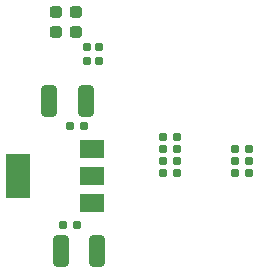
<source format=gbr>
%TF.GenerationSoftware,KiCad,Pcbnew,7.0.6*%
%TF.CreationDate,2024-02-05T23:01:20+08:00*%
%TF.ProjectId,jlink_power,6a6c696e-6b5f-4706-9f77-65722e6b6963,rev?*%
%TF.SameCoordinates,Original*%
%TF.FileFunction,Paste,Top*%
%TF.FilePolarity,Positive*%
%FSLAX46Y46*%
G04 Gerber Fmt 4.6, Leading zero omitted, Abs format (unit mm)*
G04 Created by KiCad (PCBNEW 7.0.6) date 2024-02-05 23:01:20*
%MOMM*%
%LPD*%
G01*
G04 APERTURE LIST*
G04 Aperture macros list*
%AMRoundRect*
0 Rectangle with rounded corners*
0 $1 Rounding radius*
0 $2 $3 $4 $5 $6 $7 $8 $9 X,Y pos of 4 corners*
0 Add a 4 corners polygon primitive as box body*
4,1,4,$2,$3,$4,$5,$6,$7,$8,$9,$2,$3,0*
0 Add four circle primitives for the rounded corners*
1,1,$1+$1,$2,$3*
1,1,$1+$1,$4,$5*
1,1,$1+$1,$6,$7*
1,1,$1+$1,$8,$9*
0 Add four rect primitives between the rounded corners*
20,1,$1+$1,$2,$3,$4,$5,0*
20,1,$1+$1,$4,$5,$6,$7,0*
20,1,$1+$1,$6,$7,$8,$9,0*
20,1,$1+$1,$8,$9,$2,$3,0*%
G04 Aperture macros list end*
%ADD10RoundRect,0.160000X0.160000X-0.197500X0.160000X0.197500X-0.160000X0.197500X-0.160000X-0.197500X0*%
%ADD11RoundRect,0.237500X0.287500X0.237500X-0.287500X0.237500X-0.287500X-0.237500X0.287500X-0.237500X0*%
%ADD12R,2.000000X1.500000*%
%ADD13R,2.000000X3.800000*%
%ADD14RoundRect,0.160000X0.197500X0.160000X-0.197500X0.160000X-0.197500X-0.160000X0.197500X-0.160000X0*%
%ADD15RoundRect,0.160000X-0.197500X-0.160000X0.197500X-0.160000X0.197500X0.160000X-0.197500X0.160000X0*%
%ADD16RoundRect,0.250000X-0.400000X-1.075000X0.400000X-1.075000X0.400000X1.075000X-0.400000X1.075000X0*%
%ADD17RoundRect,0.250000X0.400000X1.075000X-0.400000X1.075000X-0.400000X-1.075000X0.400000X-1.075000X0*%
G04 APERTURE END LIST*
D10*
%TO.C,R9*%
X63627000Y-77634500D03*
X63627000Y-78829500D03*
%TD*%
D11*
%TO.C,D2*%
X62710000Y-76327000D03*
X60960000Y-76327000D03*
%TD*%
%TO.C,D1*%
X62710000Y-74676000D03*
X60960000Y-74676000D03*
%TD*%
D10*
%TO.C,R8*%
X64643000Y-77634500D03*
X64643000Y-78829500D03*
%TD*%
D12*
%TO.C,U2*%
X64072500Y-86219000D03*
X64072500Y-88519000D03*
D13*
X57772500Y-88519000D03*
D12*
X64072500Y-90819000D03*
%TD*%
D14*
%TO.C,R7*%
X71209500Y-85217000D03*
X70014500Y-85217000D03*
%TD*%
D15*
%TO.C,R6*%
X71209500Y-86233000D03*
X70014500Y-86233000D03*
%TD*%
D14*
%TO.C,R5*%
X70014500Y-88265000D03*
X71209500Y-88265000D03*
%TD*%
%TO.C,R4*%
X71209500Y-87249000D03*
X70014500Y-87249000D03*
%TD*%
%TO.C,R3*%
X76110500Y-88265000D03*
X77305500Y-88265000D03*
%TD*%
%TO.C,R2*%
X76110500Y-87249000D03*
X77305500Y-87249000D03*
%TD*%
%TO.C,R1*%
X77305500Y-86233000D03*
X76110500Y-86233000D03*
%TD*%
D15*
%TO.C,C4*%
X61595000Y-92710000D03*
X62790000Y-92710000D03*
%TD*%
D16*
%TO.C,C3*%
X64504500Y-94869000D03*
X61404500Y-94869000D03*
%TD*%
D14*
%TO.C,C2*%
X62140500Y-84328000D03*
X63335500Y-84328000D03*
%TD*%
D17*
%TO.C,C1*%
X60426000Y-82169000D03*
X63526000Y-82169000D03*
%TD*%
M02*

</source>
